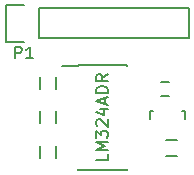
<source format=gto>
G04 #@! TF.FileFunction,Legend,Top*
%FSLAX46Y46*%
G04 Gerber Fmt 4.6, Leading zero omitted, Abs format (unit mm)*
G04 Created by KiCad (PCBNEW 4.0.1-stable) date 2/21/2016 12:36:31 PM*
%MOMM*%
G01*
G04 APERTURE LIST*
%ADD10C,0.100000*%
%ADD11C,0.150000*%
G04 APERTURE END LIST*
D10*
D11*
X142950000Y-77200000D02*
X142250000Y-77200000D01*
X142250000Y-76000000D02*
X142950000Y-76000000D01*
X144099160Y-78424760D02*
X144050900Y-78424760D01*
X141300180Y-79125800D02*
X141300180Y-78424760D01*
X141300180Y-78424760D02*
X141549100Y-78424760D01*
X144099160Y-78424760D02*
X144299820Y-78424760D01*
X144299820Y-78424760D02*
X144299820Y-79125800D01*
X131920000Y-69755000D02*
X144620000Y-69755000D01*
X144620000Y-69755000D02*
X144620000Y-72295000D01*
X144620000Y-72295000D02*
X131920000Y-72295000D01*
X129100000Y-69475000D02*
X130650000Y-69475000D01*
X131920000Y-69755000D02*
X131920000Y-72295000D01*
X130650000Y-72575000D02*
X129100000Y-72575000D01*
X129100000Y-72575000D02*
X129100000Y-69475000D01*
X132025000Y-76550000D02*
X132025000Y-75550000D01*
X133375000Y-75550000D02*
X133375000Y-76550000D01*
X132025000Y-79475000D02*
X132025000Y-78475000D01*
X133375000Y-78475000D02*
X133375000Y-79475000D01*
X132025000Y-82400000D02*
X132025000Y-81400000D01*
X133375000Y-81400000D02*
X133375000Y-82400000D01*
X143650000Y-82275000D02*
X142650000Y-82275000D01*
X142650000Y-80925000D02*
X143650000Y-80925000D01*
X135250000Y-74525000D02*
X135250000Y-74640000D01*
X139400000Y-74525000D02*
X139400000Y-74640000D01*
X139400000Y-83425000D02*
X139400000Y-83310000D01*
X135250000Y-83425000D02*
X135250000Y-83310000D01*
X135250000Y-74525000D02*
X139400000Y-74525000D01*
X135250000Y-83425000D02*
X139400000Y-83425000D01*
X135250000Y-74640000D02*
X133875000Y-74640000D01*
X129911905Y-73977381D02*
X129911905Y-72977381D01*
X130292858Y-72977381D01*
X130388096Y-73025000D01*
X130435715Y-73072619D01*
X130483334Y-73167857D01*
X130483334Y-73310714D01*
X130435715Y-73405952D01*
X130388096Y-73453571D01*
X130292858Y-73501190D01*
X129911905Y-73501190D01*
X131435715Y-73977381D02*
X130864286Y-73977381D01*
X131150000Y-73977381D02*
X131150000Y-72977381D01*
X131054762Y-73120238D01*
X130959524Y-73215476D01*
X130864286Y-73263095D01*
X137777381Y-82094047D02*
X137777381Y-82570238D01*
X136777381Y-82570238D01*
X137777381Y-81760714D02*
X136777381Y-81760714D01*
X137491667Y-81427380D01*
X136777381Y-81094047D01*
X137777381Y-81094047D01*
X136777381Y-80713095D02*
X136777381Y-80094047D01*
X137158333Y-80427381D01*
X137158333Y-80284523D01*
X137205952Y-80189285D01*
X137253571Y-80141666D01*
X137348810Y-80094047D01*
X137586905Y-80094047D01*
X137682143Y-80141666D01*
X137729762Y-80189285D01*
X137777381Y-80284523D01*
X137777381Y-80570238D01*
X137729762Y-80665476D01*
X137682143Y-80713095D01*
X136872619Y-79713095D02*
X136825000Y-79665476D01*
X136777381Y-79570238D01*
X136777381Y-79332142D01*
X136825000Y-79236904D01*
X136872619Y-79189285D01*
X136967857Y-79141666D01*
X137063095Y-79141666D01*
X137205952Y-79189285D01*
X137777381Y-79760714D01*
X137777381Y-79141666D01*
X137110714Y-78284523D02*
X137777381Y-78284523D01*
X136729762Y-78522619D02*
X137444048Y-78760714D01*
X137444048Y-78141666D01*
X137491667Y-77808333D02*
X137491667Y-77332142D01*
X137777381Y-77903571D02*
X136777381Y-77570238D01*
X137777381Y-77236904D01*
X137777381Y-76903571D02*
X136777381Y-76903571D01*
X136777381Y-76665476D01*
X136825000Y-76522618D01*
X136920238Y-76427380D01*
X137015476Y-76379761D01*
X137205952Y-76332142D01*
X137348810Y-76332142D01*
X137539286Y-76379761D01*
X137634524Y-76427380D01*
X137729762Y-76522618D01*
X137777381Y-76665476D01*
X137777381Y-76903571D01*
X137777381Y-75332142D02*
X137301190Y-75665476D01*
X137777381Y-75903571D02*
X136777381Y-75903571D01*
X136777381Y-75522618D01*
X136825000Y-75427380D01*
X136872619Y-75379761D01*
X136967857Y-75332142D01*
X137110714Y-75332142D01*
X137205952Y-75379761D01*
X137253571Y-75427380D01*
X137301190Y-75522618D01*
X137301190Y-75903571D01*
M02*

</source>
